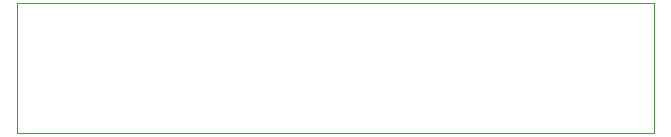
<source format=gbr>
%TF.GenerationSoftware,KiCad,Pcbnew,(6.0.7)*%
%TF.CreationDate,2022-08-24T09:56:33-04:00*%
%TF.ProjectId,Exp_Filter,4578705f-4669-46c7-9465-722e6b696361,rev?*%
%TF.SameCoordinates,Original*%
%TF.FileFunction,Profile,NP*%
%FSLAX46Y46*%
G04 Gerber Fmt 4.6, Leading zero omitted, Abs format (unit mm)*
G04 Created by KiCad (PCBNEW (6.0.7)) date 2022-08-24 09:56:33*
%MOMM*%
%LPD*%
G01*
G04 APERTURE LIST*
%TA.AperFunction,Profile*%
%ADD10C,0.100000*%
%TD*%
G04 APERTURE END LIST*
D10*
X120000000Y-115000000D02*
X120000000Y-104000000D01*
X120000000Y-104000000D02*
X174000000Y-104000000D01*
X174000000Y-104000000D02*
X174000000Y-115000000D01*
X174000000Y-115000000D02*
X120000000Y-115000000D01*
M02*

</source>
